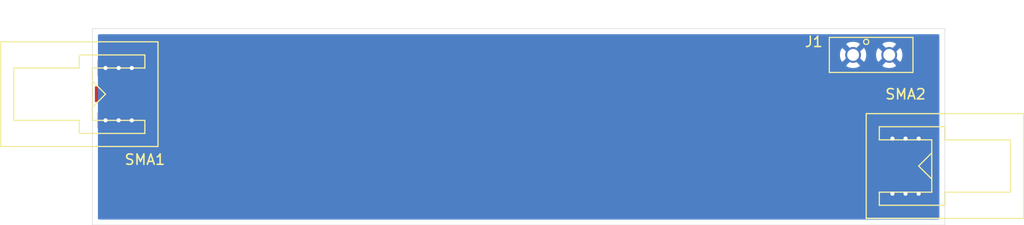
<source format=kicad_pcb>
(kicad_pcb (version 20171130) (host pcbnew 5.1.2-f72e74a~84~ubuntu18.04.1)

  (general
    (thickness 1.6)
    (drawings 5)
    (tracks 20)
    (zones 0)
    (modules 3)
    (nets 4)
  )

  (page A4)
  (layers
    (0 F.Cu signal)
    (31 B.Cu signal)
    (32 B.Adhes user)
    (33 F.Adhes user)
    (34 B.Paste user)
    (35 F.Paste user)
    (36 B.SilkS user)
    (37 F.SilkS user)
    (38 B.Mask user)
    (39 F.Mask user)
    (40 Dwgs.User user)
    (41 Cmts.User user)
    (42 Eco1.User user)
    (43 Eco2.User user)
    (44 Edge.Cuts user)
    (45 Margin user)
    (46 B.CrtYd user)
    (47 F.CrtYd user)
    (48 B.Fab user)
    (49 F.Fab user)
  )

  (setup
    (last_trace_width 0.25)
    (trace_clearance 0.2)
    (zone_clearance 0.508)
    (zone_45_only no)
    (trace_min 0.2)
    (via_size 0.8)
    (via_drill 0.4)
    (via_min_size 0.4)
    (via_min_drill 0.3)
    (uvia_size 0.3)
    (uvia_drill 0.1)
    (uvias_allowed no)
    (uvia_min_size 0.2)
    (uvia_min_drill 0.1)
    (edge_width 0.05)
    (segment_width 0.2)
    (pcb_text_width 0.3)
    (pcb_text_size 1.5 1.5)
    (mod_edge_width 0.12)
    (mod_text_size 1 1)
    (mod_text_width 0.15)
    (pad_size 1.524 1.524)
    (pad_drill 0.762)
    (pad_to_mask_clearance 0.051)
    (solder_mask_min_width 0.25)
    (aux_axis_origin 0 0)
    (visible_elements FFFFFF7F)
    (pcbplotparams
      (layerselection 0x010fc_ffffffff)
      (usegerberextensions false)
      (usegerberattributes false)
      (usegerberadvancedattributes false)
      (creategerberjobfile false)
      (excludeedgelayer true)
      (linewidth 0.100000)
      (plotframeref false)
      (viasonmask false)
      (mode 1)
      (useauxorigin false)
      (hpglpennumber 1)
      (hpglpenspeed 20)
      (hpglpendiameter 15.000000)
      (psnegative false)
      (psa4output false)
      (plotreference true)
      (plotvalue true)
      (plotinvisibletext false)
      (padsonsilk false)
      (subtractmaskfromsilk false)
      (outputformat 1)
      (mirror false)
      (drillshape 0)
      (scaleselection 1)
      (outputdirectory "FR4_proto3_ger_drill/"))
  )

  (net 0 "")
  (net 1 GND)
  (net 2 "Net-(SMA1-Pad1)")
  (net 3 "Net-(SMA2-Pad1)")

  (net_class Default "This is the default net class."
    (clearance 0.2)
    (trace_width 0.25)
    (via_dia 0.8)
    (via_drill 0.4)
    (uvia_dia 0.3)
    (uvia_drill 0.1)
    (add_net GND)
    (add_net "Net-(SMA1-Pad1)")
    (add_net "Net-(SMA2-Pad1)")
  )

  (module sma_custom:CONSMA003.062-G (layer F.Cu) (tedit 5D1F15C9) (tstamp 5DE7CFA7)
    (at 175.26 112.38)
    (path /5DE7CF08)
    (fp_text reference SMA2 (at -3.81 -9.51) (layer F.SilkS)
      (effects (font (size 1 1) (thickness 0.15)))
    )
    (fp_text value sma_connector (at -6.35 -8.24) (layer F.Fab)
      (effects (font (size 1 1) (thickness 0.15)))
    )
    (fp_line (start -1.27 -1.27) (end -2.54 -2.54) (layer F.SilkS) (width 0.12))
    (fp_line (start -1.27 -3.81) (end -2.54 -2.54) (layer F.SilkS) (width 0.12))
    (fp_line (start -7.62 2.54) (end 7.62 2.54) (layer F.SilkS) (width 0.12))
    (fp_line (start 7.62 -7.62) (end -7.62 -7.62) (layer F.SilkS) (width 0.12))
    (fp_line (start -6.35 0) (end -6.35 1.27) (layer F.SilkS) (width 0.12))
    (fp_line (start -1.27 0) (end -6.35 0) (layer F.SilkS) (width 0.12))
    (fp_line (start -1.27 -5.08) (end -1.27 0) (layer F.SilkS) (width 0.12))
    (fp_line (start -6.35 -5.08) (end -1.27 -5.08) (layer F.SilkS) (width 0.12))
    (fp_line (start -6.35 -6.35) (end -6.35 -5.08) (layer F.SilkS) (width 0.12))
    (fp_line (start 6.35 -5.08) (end 6.35 0) (layer F.SilkS) (width 0.12))
    (fp_line (start 0 -5.08) (end 6.35 -5.08) (layer F.SilkS) (width 0.12))
    (fp_line (start 0 -6.35) (end 0 -5.08) (layer F.SilkS) (width 0.12))
    (fp_line (start 0 0) (end 6.35 0) (layer F.SilkS) (width 0.12))
    (fp_line (start 0 1.27) (end 0 0) (layer F.SilkS) (width 0.12))
    (fp_line (start 7.62 2.54) (end 7.62 -7.62) (layer F.SilkS) (width 0.12))
    (fp_line (start -7.62 -7.62) (end -7.62 2.54) (layer F.SilkS) (width 0.12))
    (fp_line (start 0 1.27) (end -6.35 1.27) (layer F.SilkS) (width 0.12))
    (fp_line (start -6.35 -6.35) (end 0 -6.35) (layer F.SilkS) (width 0.12))
    (pad 3 smd rect (at -3.81 0) (size 4.06 1.52) (layers F.Cu F.Paste F.Mask)
      (net 1 GND))
    (pad 2 smd rect (at -3.81 -5.08) (size 4.06 1.52) (layers F.Cu F.Paste F.Mask)
      (net 1 GND))
    (pad 1 smd rect (at -3.81 -2.54) (size 4.6 1.52) (layers F.Cu F.Paste F.Mask)
      (net 3 "Net-(SMA2-Pad1)"))
  )

  (module sma_custom:CONSMA003.062-G (layer F.Cu) (tedit 5D1F15C9) (tstamp 5DE7CF8E)
    (at 91.44 100.33 180)
    (path /5DE7CB93)
    (fp_text reference SMA1 (at -6.35 -8.89) (layer F.SilkS)
      (effects (font (size 1 1) (thickness 0.15)))
    )
    (fp_text value sma_connector (at -7.62 -10.16) (layer F.Fab)
      (effects (font (size 1 1) (thickness 0.15)))
    )
    (fp_line (start -1.27 -1.27) (end -2.54 -2.54) (layer F.SilkS) (width 0.12))
    (fp_line (start -1.27 -3.81) (end -2.54 -2.54) (layer F.SilkS) (width 0.12))
    (fp_line (start -7.62 2.54) (end 7.62 2.54) (layer F.SilkS) (width 0.12))
    (fp_line (start 7.62 -7.62) (end -7.62 -7.62) (layer F.SilkS) (width 0.12))
    (fp_line (start -6.35 0) (end -6.35 1.27) (layer F.SilkS) (width 0.12))
    (fp_line (start -1.27 0) (end -6.35 0) (layer F.SilkS) (width 0.12))
    (fp_line (start -1.27 -5.08) (end -1.27 0) (layer F.SilkS) (width 0.12))
    (fp_line (start -6.35 -5.08) (end -1.27 -5.08) (layer F.SilkS) (width 0.12))
    (fp_line (start -6.35 -6.35) (end -6.35 -5.08) (layer F.SilkS) (width 0.12))
    (fp_line (start 6.35 -5.08) (end 6.35 0) (layer F.SilkS) (width 0.12))
    (fp_line (start 0 -5.08) (end 6.35 -5.08) (layer F.SilkS) (width 0.12))
    (fp_line (start 0 -6.35) (end 0 -5.08) (layer F.SilkS) (width 0.12))
    (fp_line (start 0 0) (end 6.35 0) (layer F.SilkS) (width 0.12))
    (fp_line (start 0 1.27) (end 0 0) (layer F.SilkS) (width 0.12))
    (fp_line (start 7.62 2.54) (end 7.62 -7.62) (layer F.SilkS) (width 0.12))
    (fp_line (start -7.62 -7.62) (end -7.62 2.54) (layer F.SilkS) (width 0.12))
    (fp_line (start 0 1.27) (end -6.35 1.27) (layer F.SilkS) (width 0.12))
    (fp_line (start -6.35 -6.35) (end 0 -6.35) (layer F.SilkS) (width 0.12))
    (pad 3 smd rect (at -3.81 0 180) (size 4.06 1.52) (layers F.Cu F.Paste F.Mask)
      (net 1 GND))
    (pad 2 smd rect (at -3.81 -5.08 180) (size 4.06 1.52) (layers F.Cu F.Paste F.Mask)
      (net 1 GND))
    (pad 1 smd rect (at -3.81 -2.54 180) (size 4.6 1.52) (layers F.Cu F.Paste F.Mask)
      (net 2 "Net-(SMA1-Pad1)"))
  )

  (module borniers:PRT-08084 (layer F.Cu) (tedit 5D01074F) (tstamp 5DE7CF75)
    (at 166.37 93.98 180)
    (path /5DE7E420)
    (fp_text reference J1 (at 3.81 -3.81) (layer F.SilkS)
      (effects (font (size 1 1) (thickness 0.15)))
    )
    (fp_text value Rodin (at 5.08 -6.35) (layer F.Fab)
      (effects (font (size 1 1) (thickness 0.15)))
    )
    (fp_circle (center -1.27 -3.81) (end -1.02 -3.81) (layer F.SilkS) (width 0.12))
    (fp_line (start 2.3 -3.38) (end -5.8 -3.38) (layer F.SilkS) (width 0.12))
    (fp_line (start -5.8 -6.78) (end 2.3 -6.78) (layer F.SilkS) (width 0.12))
    (fp_line (start 2.3 -3.38) (end 2.3 -6.78) (layer F.SilkS) (width 0.12))
    (fp_line (start -5.8 -3.38) (end -5.8 -6.78) (layer F.SilkS) (width 0.12))
    (pad 2 thru_hole circle (at 0 -5.08 180) (size 1.524 1.524) (drill 1.15) (layers *.Cu *.Mask)
      (net 1 GND))
    (pad 1 thru_hole circle (at -3.5 -5.08 180) (size 1.524 1.524) (drill 1.15) (layers *.Cu *.Mask)
      (net 1 GND))
  )

  (gr_line (start 175.26 115.57) (end 173.99 115.57) (layer Edge.Cuts) (width 0.05) (tstamp 5DE7D480))
  (gr_line (start 175.26 96.52) (end 175.26 115.57) (layer Edge.Cuts) (width 0.05))
  (gr_line (start 92.71 96.52) (end 175.26 96.52) (layer Edge.Cuts) (width 0.05))
  (gr_line (start 92.71 115.57) (end 92.71 96.52) (layer Edge.Cuts) (width 0.05))
  (gr_line (start 173.99 115.57) (end 92.71 115.57) (layer Edge.Cuts) (width 0.05))

  (segment (start 100.4 105.15054) (end 122.3813 105.15054) (width 1.37208) (layer F.Cu) (net 0))
  (segment (start 122.49 105.36) (end 144.2709 105.36) (width 1.78811) (layer F.Cu) (net 0))
  (segment (start 122.49 107.339974) (end 144.2709 107.339974) (width 1.78811) (layer F.Cu) (net 0))
  (segment (start 144.38 107.546984) (end 166.3613 107.546984) (width 1.37208) (layer F.Cu) (net 0))
  (via (at 172.72 112.53) (size 0.8) (drill 0.4) (layers F.Cu B.Cu) (net 1))
  (via (at 171.45 112.53) (size 0.8) (drill 0.4) (layers F.Cu B.Cu) (net 1))
  (via (at 170.18 112.53) (size 0.8) (drill 0.4) (layers F.Cu B.Cu) (net 1))
  (via (at 172.72 107.18) (size 0.8) (drill 0.4) (layers F.Cu B.Cu) (net 1))
  (via (at 171.45 107.18) (size 0.8) (drill 0.4) (layers F.Cu B.Cu) (net 1))
  (via (at 170.18 107.18) (size 0.8) (drill 0.4) (layers F.Cu B.Cu) (net 1))
  (segment (start 144.38 109.070024) (end 166.3613 109.070024) (width 1.37208) (layer F.Cu) (net 3))
  (segment (start 166.605 109.837524) (end 171.605 109.837524) (width 2.9) (layer F.Cu) (net 3))
  (segment (start 100.4 103.6275) (end 122.3813 103.6275) (width 1.37208) (layer F.Cu) (net 2))
  (segment (start 95.25 102.87) (end 100.25 102.87) (width 2.9) (layer F.Cu) (net 2))
  (via (at 96.52 105.41) (size 0.8) (drill 0.4) (layers F.Cu B.Cu) (net 1))
  (via (at 95.25 105.41) (size 0.8) (drill 0.4) (layers F.Cu B.Cu) (net 1))
  (via (at 93.98 105.41) (size 0.8) (drill 0.4) (layers F.Cu B.Cu) (net 1))
  (via (at 96.52 100.33) (size 0.8) (drill 0.4) (layers F.Cu B.Cu) (net 1))
  (via (at 95.25 100.33) (size 0.8) (drill 0.4) (layers F.Cu B.Cu) (net 1))
  (via (at 93.98 100.33) (size 0.8) (drill 0.4) (layers F.Cu B.Cu) (net 1))

  (zone (net 1) (net_name GND) (layer B.Cu) (tstamp 5DE7D52C) (hatch edge 0.508)
    (connect_pads (clearance 0.508))
    (min_thickness 0.254)
    (fill yes (arc_segments 32) (thermal_gap 0.508) (thermal_bridge_width 0.508))
    (polygon
      (pts
        (xy 92.71 96.52) (xy 175.26 96.52) (xy 175.26 115.57) (xy 92.71 115.57)
      )
    )
    (filled_polygon
      (pts
        (xy 174.600001 114.91) (xy 93.37 114.91) (xy 93.37 100.025565) (xy 165.58404 100.025565) (xy 165.65102 100.265656)
        (xy 165.900048 100.382756) (xy 166.167135 100.449023) (xy 166.442017 100.46191) (xy 166.714133 100.420922) (xy 166.973023 100.327636)
        (xy 167.08898 100.265656) (xy 167.15596 100.025565) (xy 169.08404 100.025565) (xy 169.15102 100.265656) (xy 169.400048 100.382756)
        (xy 169.667135 100.449023) (xy 169.942017 100.46191) (xy 170.214133 100.420922) (xy 170.473023 100.327636) (xy 170.58898 100.265656)
        (xy 170.65596 100.025565) (xy 169.87 99.239605) (xy 169.08404 100.025565) (xy 167.15596 100.025565) (xy 166.37 99.239605)
        (xy 165.58404 100.025565) (xy 93.37 100.025565) (xy 93.37 99.132017) (xy 164.96809 99.132017) (xy 165.009078 99.404133)
        (xy 165.102364 99.663023) (xy 165.164344 99.77898) (xy 165.404435 99.84596) (xy 166.190395 99.06) (xy 166.549605 99.06)
        (xy 167.335565 99.84596) (xy 167.575656 99.77898) (xy 167.692756 99.529952) (xy 167.759023 99.262865) (xy 167.765157 99.132017)
        (xy 168.46809 99.132017) (xy 168.509078 99.404133) (xy 168.602364 99.663023) (xy 168.664344 99.77898) (xy 168.904435 99.84596)
        (xy 169.690395 99.06) (xy 170.049605 99.06) (xy 170.835565 99.84596) (xy 171.075656 99.77898) (xy 171.192756 99.529952)
        (xy 171.259023 99.262865) (xy 171.27191 98.987983) (xy 171.230922 98.715867) (xy 171.137636 98.456977) (xy 171.075656 98.34102)
        (xy 170.835565 98.27404) (xy 170.049605 99.06) (xy 169.690395 99.06) (xy 168.904435 98.27404) (xy 168.664344 98.34102)
        (xy 168.547244 98.590048) (xy 168.480977 98.857135) (xy 168.46809 99.132017) (xy 167.765157 99.132017) (xy 167.77191 98.987983)
        (xy 167.730922 98.715867) (xy 167.637636 98.456977) (xy 167.575656 98.34102) (xy 167.335565 98.27404) (xy 166.549605 99.06)
        (xy 166.190395 99.06) (xy 165.404435 98.27404) (xy 165.164344 98.34102) (xy 165.047244 98.590048) (xy 164.980977 98.857135)
        (xy 164.96809 99.132017) (xy 93.37 99.132017) (xy 93.37 98.094435) (xy 165.58404 98.094435) (xy 166.37 98.880395)
        (xy 167.15596 98.094435) (xy 169.08404 98.094435) (xy 169.87 98.880395) (xy 170.65596 98.094435) (xy 170.58898 97.854344)
        (xy 170.339952 97.737244) (xy 170.072865 97.670977) (xy 169.797983 97.65809) (xy 169.525867 97.699078) (xy 169.266977 97.792364)
        (xy 169.15102 97.854344) (xy 169.08404 98.094435) (xy 167.15596 98.094435) (xy 167.08898 97.854344) (xy 166.839952 97.737244)
        (xy 166.572865 97.670977) (xy 166.297983 97.65809) (xy 166.025867 97.699078) (xy 165.766977 97.792364) (xy 165.65102 97.854344)
        (xy 165.58404 98.094435) (xy 93.37 98.094435) (xy 93.37 97.18) (xy 174.6 97.18)
      )
    )
  )
)

</source>
